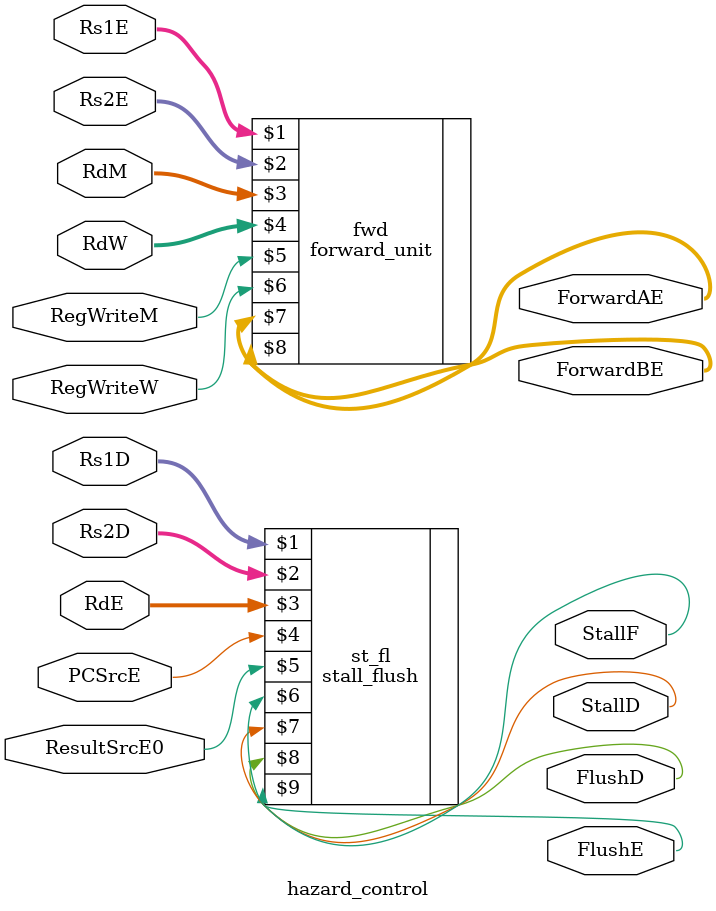
<source format=v>
module hazard_control(
    input [4:0] Rs1D, Rs1E,
    input [4:0] Rs2D, Rs2E,
    input [4:0] RdE, RdM, RdW,
    input PCSrcE,
    input RegWriteM, RegWriteW,
    input ResultSrcE0,
    
    output StallF, StallD,
    output FlushD, FlushE,
    output [1:0] ForwardAE, ForwardBE
    );

    
    forward_unit fwd (Rs1E, Rs2E, RdM, RdW, RegWriteM, RegWriteW, ForwardAE, ForwardBE);
     
    stall_flush st_fl (Rs1D, Rs2D, RdE, PCSrcE, ResultSrcE0, StallF, StallD, FlushD, FlushE);
    
endmodule

</source>
